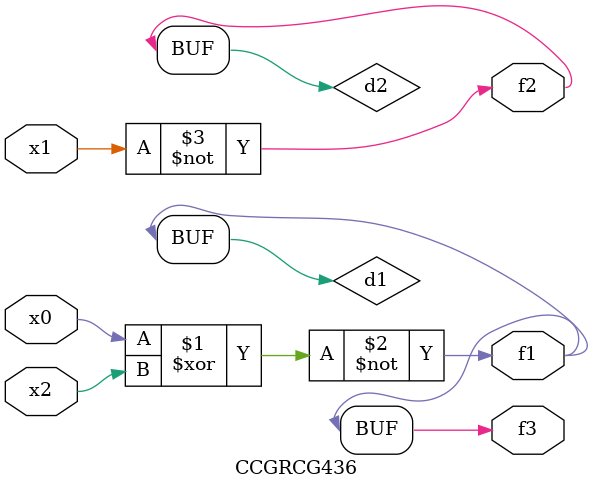
<source format=v>
module CCGRCG436(
	input x0, x1, x2,
	output f1, f2, f3
);

	wire d1, d2, d3;

	xnor (d1, x0, x2);
	nand (d2, x1);
	nor (d3, x1, x2);
	assign f1 = d1;
	assign f2 = d2;
	assign f3 = d1;
endmodule

</source>
